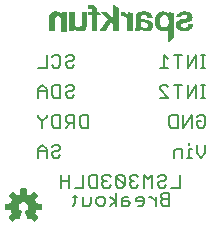
<source format=gbr>
G04 EAGLE Gerber RS-274X export*
G75*
%MOMM*%
%FSLAX34Y34*%
%LPD*%
%INSilkscreen Bottom*%
%IPPOS*%
%AMOC8*
5,1,8,0,0,1.08239X$1,22.5*%
G01*
%ADD10C,0.203200*%
%ADD11C,0.025400*%

G36*
X28370Y3956D02*
X28370Y3956D01*
X28478Y3966D01*
X28491Y3972D01*
X28505Y3974D01*
X28602Y4022D01*
X28701Y4067D01*
X28714Y4078D01*
X28723Y4082D01*
X28738Y4098D01*
X28815Y4160D01*
X31400Y6745D01*
X31463Y6834D01*
X31529Y6919D01*
X31534Y6932D01*
X31542Y6944D01*
X31573Y7047D01*
X31609Y7150D01*
X31609Y7164D01*
X31613Y7177D01*
X31609Y7285D01*
X31610Y7394D01*
X31605Y7407D01*
X31605Y7421D01*
X31567Y7523D01*
X31532Y7625D01*
X31523Y7640D01*
X31519Y7649D01*
X31505Y7666D01*
X31451Y7748D01*
X28687Y11138D01*
X29244Y12220D01*
X29250Y12240D01*
X29292Y12335D01*
X29663Y13494D01*
X34014Y13937D01*
X34118Y13965D01*
X34224Y13990D01*
X34236Y13997D01*
X34249Y14000D01*
X34339Y14061D01*
X34432Y14118D01*
X34440Y14129D01*
X34452Y14137D01*
X34518Y14223D01*
X34587Y14307D01*
X34591Y14320D01*
X34600Y14331D01*
X34634Y14434D01*
X34673Y14535D01*
X34674Y14553D01*
X34678Y14562D01*
X34678Y14584D01*
X34687Y14682D01*
X34687Y18338D01*
X34670Y18445D01*
X34656Y18553D01*
X34650Y18565D01*
X34648Y18579D01*
X34596Y18675D01*
X34549Y18772D01*
X34539Y18782D01*
X34533Y18794D01*
X34453Y18868D01*
X34377Y18945D01*
X34365Y18951D01*
X34355Y18961D01*
X34256Y19006D01*
X34159Y19054D01*
X34141Y19058D01*
X34132Y19062D01*
X34111Y19064D01*
X34014Y19083D01*
X29663Y19526D01*
X29292Y20685D01*
X29283Y20703D01*
X29281Y20710D01*
X29277Y20717D01*
X29244Y20800D01*
X28687Y21882D01*
X31451Y25272D01*
X31505Y25366D01*
X31562Y25458D01*
X31565Y25471D01*
X31572Y25483D01*
X31593Y25590D01*
X31618Y25695D01*
X31616Y25709D01*
X31619Y25723D01*
X31604Y25830D01*
X31594Y25938D01*
X31588Y25951D01*
X31586Y25965D01*
X31538Y26062D01*
X31493Y26161D01*
X31482Y26174D01*
X31478Y26183D01*
X31462Y26198D01*
X31400Y26275D01*
X28815Y28860D01*
X28726Y28923D01*
X28641Y28989D01*
X28628Y28994D01*
X28616Y29002D01*
X28513Y29033D01*
X28410Y29069D01*
X28396Y29069D01*
X28383Y29073D01*
X28275Y29069D01*
X28166Y29070D01*
X28153Y29065D01*
X28139Y29065D01*
X28037Y29027D01*
X27935Y28992D01*
X27920Y28983D01*
X27911Y28979D01*
X27894Y28965D01*
X27812Y28911D01*
X24422Y26147D01*
X23340Y26704D01*
X23320Y26710D01*
X23225Y26752D01*
X22066Y27123D01*
X21623Y31474D01*
X21595Y31578D01*
X21570Y31684D01*
X21563Y31696D01*
X21560Y31709D01*
X21499Y31799D01*
X21442Y31892D01*
X21431Y31900D01*
X21423Y31912D01*
X21337Y31978D01*
X21253Y32047D01*
X21240Y32051D01*
X21229Y32060D01*
X21126Y32094D01*
X21025Y32133D01*
X21007Y32134D01*
X20998Y32138D01*
X20976Y32138D01*
X20878Y32147D01*
X17222Y32147D01*
X17115Y32130D01*
X17007Y32116D01*
X16995Y32110D01*
X16981Y32108D01*
X16885Y32056D01*
X16788Y32009D01*
X16778Y31999D01*
X16766Y31993D01*
X16692Y31913D01*
X16615Y31837D01*
X16609Y31825D01*
X16599Y31815D01*
X16554Y31716D01*
X16506Y31619D01*
X16502Y31601D01*
X16498Y31592D01*
X16496Y31571D01*
X16477Y31474D01*
X16034Y27123D01*
X14875Y26752D01*
X14857Y26742D01*
X14760Y26704D01*
X13678Y26147D01*
X10288Y28911D01*
X10194Y28965D01*
X10102Y29022D01*
X10089Y29025D01*
X10077Y29032D01*
X9970Y29053D01*
X9865Y29078D01*
X9851Y29076D01*
X9837Y29079D01*
X9730Y29064D01*
X9622Y29054D01*
X9609Y29048D01*
X9596Y29046D01*
X9498Y28998D01*
X9399Y28953D01*
X9386Y28942D01*
X9377Y28938D01*
X9362Y28922D01*
X9285Y28860D01*
X6700Y26275D01*
X6637Y26186D01*
X6571Y26101D01*
X6566Y26088D01*
X6558Y26076D01*
X6527Y25973D01*
X6491Y25870D01*
X6491Y25856D01*
X6487Y25843D01*
X6491Y25735D01*
X6490Y25626D01*
X6495Y25613D01*
X6495Y25599D01*
X6533Y25497D01*
X6568Y25395D01*
X6577Y25380D01*
X6581Y25371D01*
X6595Y25354D01*
X6649Y25272D01*
X9413Y21882D01*
X8856Y20800D01*
X8850Y20780D01*
X8808Y20685D01*
X8437Y19526D01*
X4086Y19083D01*
X3982Y19055D01*
X3876Y19030D01*
X3864Y19023D01*
X3851Y19020D01*
X3761Y18959D01*
X3668Y18902D01*
X3660Y18891D01*
X3648Y18883D01*
X3582Y18797D01*
X3514Y18713D01*
X3509Y18700D01*
X3500Y18689D01*
X3466Y18586D01*
X3427Y18485D01*
X3426Y18467D01*
X3422Y18458D01*
X3423Y18436D01*
X3413Y18338D01*
X3413Y14682D01*
X3430Y14575D01*
X3444Y14467D01*
X3450Y14455D01*
X3452Y14441D01*
X3504Y14345D01*
X3551Y14248D01*
X3561Y14238D01*
X3567Y14226D01*
X3647Y14152D01*
X3723Y14075D01*
X3735Y14069D01*
X3746Y14059D01*
X3844Y14014D01*
X3941Y13966D01*
X3959Y13962D01*
X3968Y13958D01*
X3989Y13956D01*
X4086Y13937D01*
X8437Y13494D01*
X8808Y12335D01*
X8818Y12317D01*
X8856Y12220D01*
X9413Y11138D01*
X6649Y7748D01*
X6595Y7654D01*
X6538Y7562D01*
X6535Y7549D01*
X6528Y7537D01*
X6507Y7430D01*
X6482Y7325D01*
X6484Y7311D01*
X6481Y7297D01*
X6496Y7190D01*
X6506Y7082D01*
X6512Y7069D01*
X6514Y7056D01*
X6562Y6958D01*
X6607Y6859D01*
X6618Y6846D01*
X6622Y6837D01*
X6638Y6822D01*
X6700Y6745D01*
X9285Y4160D01*
X9374Y4097D01*
X9459Y4031D01*
X9472Y4026D01*
X9484Y4018D01*
X9587Y3987D01*
X9690Y3951D01*
X9704Y3951D01*
X9717Y3947D01*
X9825Y3951D01*
X9934Y3950D01*
X9947Y3955D01*
X9961Y3955D01*
X10063Y3993D01*
X10165Y4028D01*
X10180Y4037D01*
X10189Y4041D01*
X10206Y4055D01*
X10288Y4109D01*
X13678Y6873D01*
X14760Y6316D01*
X14813Y6299D01*
X14862Y6273D01*
X14928Y6262D01*
X14992Y6241D01*
X15048Y6242D01*
X15102Y6233D01*
X15169Y6244D01*
X15236Y6245D01*
X15288Y6263D01*
X15343Y6272D01*
X15403Y6304D01*
X15466Y6327D01*
X15509Y6361D01*
X15559Y6387D01*
X15605Y6436D01*
X15657Y6478D01*
X15688Y6525D01*
X15726Y6565D01*
X15782Y6670D01*
X15790Y6683D01*
X15791Y6688D01*
X15795Y6695D01*
X17948Y11892D01*
X17968Y11975D01*
X17973Y11988D01*
X17975Y12004D01*
X18000Y12089D01*
X17999Y12110D01*
X18004Y12130D01*
X17996Y12212D01*
X17997Y12231D01*
X17993Y12251D01*
X17989Y12332D01*
X17982Y12352D01*
X17980Y12373D01*
X17948Y12442D01*
X17942Y12469D01*
X17927Y12493D01*
X17901Y12560D01*
X17888Y12576D01*
X17879Y12595D01*
X17834Y12644D01*
X17814Y12676D01*
X17783Y12701D01*
X17745Y12747D01*
X17722Y12763D01*
X17712Y12773D01*
X17691Y12785D01*
X17626Y12830D01*
X17625Y12831D01*
X17624Y12832D01*
X16725Y13338D01*
X16038Y13982D01*
X15523Y14770D01*
X15211Y15658D01*
X15119Y16595D01*
X15252Y17527D01*
X15603Y18401D01*
X16152Y19166D01*
X16866Y19779D01*
X17706Y20204D01*
X18623Y20418D01*
X19564Y20408D01*
X20476Y20174D01*
X21306Y19731D01*
X22007Y19102D01*
X22539Y18325D01*
X22870Y17444D01*
X22983Y16509D01*
X22875Y15592D01*
X22555Y14724D01*
X22041Y13955D01*
X21362Y13328D01*
X20478Y12833D01*
X20436Y12800D01*
X20394Y12777D01*
X20363Y12744D01*
X20315Y12709D01*
X20303Y12693D01*
X20287Y12680D01*
X20252Y12625D01*
X20227Y12599D01*
X20214Y12569D01*
X20172Y12511D01*
X20166Y12492D01*
X20156Y12475D01*
X20137Y12400D01*
X20127Y12377D01*
X20124Y12353D01*
X20101Y12278D01*
X20102Y12258D01*
X20097Y12238D01*
X20104Y12152D01*
X20103Y12134D01*
X20106Y12118D01*
X20109Y12034D01*
X20117Y12009D01*
X20118Y11995D01*
X20128Y11973D01*
X20152Y11892D01*
X21081Y9649D01*
X21081Y9648D01*
X22012Y7401D01*
X22013Y7401D01*
X22305Y6695D01*
X22334Y6648D01*
X22355Y6596D01*
X22398Y6545D01*
X22434Y6488D01*
X22477Y6453D01*
X22513Y6410D01*
X22570Y6376D01*
X22622Y6333D01*
X22674Y6314D01*
X22722Y6285D01*
X22788Y6271D01*
X22851Y6247D01*
X22906Y6245D01*
X22960Y6234D01*
X23027Y6241D01*
X23094Y6239D01*
X23148Y6255D01*
X23203Y6262D01*
X23314Y6306D01*
X23328Y6310D01*
X23332Y6313D01*
X23340Y6316D01*
X24422Y6873D01*
X27812Y4109D01*
X27906Y4055D01*
X27998Y3998D01*
X28011Y3995D01*
X28023Y3988D01*
X28130Y3967D01*
X28235Y3942D01*
X28249Y3944D01*
X28263Y3941D01*
X28370Y3956D01*
G37*
G36*
X141861Y156263D02*
X141861Y156263D01*
X141863Y156262D01*
X141884Y156271D01*
X141944Y156294D01*
X146084Y160028D01*
X146086Y160034D01*
X146092Y160037D01*
X146116Y160097D01*
X146125Y160118D01*
X146124Y160120D01*
X146125Y160122D01*
X146125Y180696D01*
X146110Y180733D01*
X146100Y180772D01*
X146091Y180778D01*
X146087Y180787D01*
X146059Y180798D01*
X146023Y180820D01*
X142137Y181556D01*
X142122Y181553D01*
X142107Y181558D01*
X142075Y181543D01*
X142040Y181535D01*
X142032Y181522D01*
X142019Y181516D01*
X142004Y181477D01*
X141988Y181452D01*
X141991Y181441D01*
X141987Y181430D01*
X142011Y179513D01*
X141877Y179662D01*
X141876Y179663D01*
X141876Y179664D01*
X140987Y180629D01*
X140981Y180631D01*
X140977Y180638D01*
X140634Y180939D01*
X140623Y180943D01*
X140615Y180953D01*
X140221Y181186D01*
X140212Y181187D01*
X140204Y181194D01*
X138883Y181727D01*
X138872Y181727D01*
X138862Y181734D01*
X138380Y181836D01*
X138368Y181833D01*
X138356Y181838D01*
X136375Y181863D01*
X136364Y181859D01*
X136352Y181861D01*
X135267Y181678D01*
X135257Y181671D01*
X135243Y181671D01*
X134218Y181271D01*
X134211Y181263D01*
X134199Y181261D01*
X133297Y180720D01*
X133292Y180714D01*
X133283Y180711D01*
X132459Y180058D01*
X132453Y180048D01*
X132443Y180043D01*
X131651Y179153D01*
X131647Y179140D01*
X131635Y179131D01*
X131056Y178090D01*
X131054Y178078D01*
X131046Y178067D01*
X130372Y175954D01*
X130373Y175943D01*
X130367Y175932D01*
X130084Y173732D01*
X130087Y173721D01*
X130083Y173709D01*
X130201Y171494D01*
X130206Y171484D01*
X130204Y171472D01*
X130527Y170096D01*
X130534Y170087D01*
X130534Y170075D01*
X131090Y168775D01*
X131098Y168767D01*
X131100Y168756D01*
X131872Y167571D01*
X131881Y167565D01*
X131886Y167554D01*
X132543Y166847D01*
X132553Y166843D01*
X132559Y166833D01*
X133327Y166248D01*
X133338Y166246D01*
X133345Y166237D01*
X134201Y165791D01*
X134212Y165790D01*
X134221Y165782D01*
X135140Y165488D01*
X135150Y165489D01*
X135160Y165483D01*
X136372Y165294D01*
X136381Y165296D01*
X136390Y165293D01*
X137617Y165276D01*
X137625Y165279D01*
X137635Y165277D01*
X138852Y165432D01*
X138862Y165437D01*
X138874Y165437D01*
X139718Y165701D01*
X139728Y165709D01*
X139743Y165712D01*
X140512Y166149D01*
X140520Y166159D01*
X140534Y166164D01*
X141194Y166754D01*
X141200Y166766D01*
X141212Y166774D01*
X141732Y167490D01*
X141733Y167492D01*
X141733Y156388D01*
X141751Y156344D01*
X141768Y156301D01*
X141770Y156300D01*
X141771Y156297D01*
X141815Y156280D01*
X141859Y156262D01*
X141861Y156263D01*
G37*
G36*
X124311Y165279D02*
X124311Y165279D01*
X124322Y165284D01*
X124336Y165282D01*
X125708Y165590D01*
X125719Y165598D01*
X125734Y165599D01*
X127003Y166205D01*
X127012Y166215D01*
X127026Y166219D01*
X127474Y166561D01*
X127480Y166571D01*
X127492Y166577D01*
X127869Y166997D01*
X127873Y167008D01*
X127883Y167016D01*
X128175Y167499D01*
X128177Y167510D01*
X128185Y167520D01*
X128558Y168513D01*
X128558Y168524D01*
X128564Y168535D01*
X128753Y169579D01*
X128750Y169590D01*
X128755Y169602D01*
X128752Y170663D01*
X128749Y170670D01*
X128751Y170673D01*
X128748Y170680D01*
X128749Y170690D01*
X128543Y171631D01*
X128534Y171643D01*
X128533Y171660D01*
X128104Y172522D01*
X128094Y172531D01*
X128089Y172546D01*
X127591Y173155D01*
X127586Y173158D01*
X127584Y173162D01*
X127578Y173164D01*
X127573Y173173D01*
X126963Y173671D01*
X126951Y173674D01*
X126942Y173685D01*
X126246Y174051D01*
X126235Y174052D01*
X126226Y174059D01*
X124741Y174543D01*
X124733Y174542D01*
X124724Y174547D01*
X123187Y174825D01*
X123183Y174824D01*
X123178Y174827D01*
X120972Y175055D01*
X119666Y175281D01*
X119197Y175446D01*
X118769Y175692D01*
X118485Y175953D01*
X118425Y176040D01*
X118383Y176137D01*
X118272Y176658D01*
X118272Y177189D01*
X118383Y177710D01*
X118522Y178024D01*
X118721Y178303D01*
X118974Y178537D01*
X119288Y178730D01*
X119634Y178858D01*
X120003Y178919D01*
X121358Y178969D01*
X121945Y178915D01*
X122506Y178750D01*
X122970Y178495D01*
X123360Y178139D01*
X123655Y177701D01*
X123839Y177206D01*
X123902Y176675D01*
X123902Y176632D01*
X123903Y176630D01*
X123902Y176628D01*
X123922Y176585D01*
X123940Y176541D01*
X123942Y176541D01*
X123943Y176539D01*
X124028Y176506D01*
X128169Y176506D01*
X128170Y176504D01*
X128212Y176494D01*
X128254Y176480D01*
X128260Y176483D01*
X128266Y176482D01*
X128291Y176498D01*
X128336Y176519D01*
X128361Y176544D01*
X128361Y176545D01*
X128377Y176587D01*
X128396Y176636D01*
X128396Y176637D01*
X128376Y176679D01*
X128357Y176722D01*
X128235Y177613D01*
X128229Y177624D01*
X128229Y177639D01*
X127895Y178580D01*
X127886Y178590D01*
X127883Y178604D01*
X127364Y179457D01*
X127353Y179465D01*
X127348Y179478D01*
X126665Y180208D01*
X126653Y180213D01*
X126645Y180225D01*
X125828Y180799D01*
X125816Y180802D01*
X125807Y180811D01*
X124649Y181340D01*
X124639Y181340D01*
X124630Y181347D01*
X123401Y181681D01*
X123392Y181680D01*
X123383Y181684D01*
X121643Y181898D01*
X121635Y181895D01*
X121627Y181898D01*
X119873Y181890D01*
X119866Y181887D01*
X119857Y181889D01*
X118118Y181659D01*
X118110Y181654D01*
X118099Y181655D01*
X116685Y181230D01*
X116676Y181222D01*
X116662Y181221D01*
X115359Y180527D01*
X115350Y180517D01*
X115336Y180512D01*
X114774Y180029D01*
X114767Y180015D01*
X114753Y180006D01*
X114326Y179401D01*
X114323Y179386D01*
X114311Y179374D01*
X114044Y178683D01*
X114045Y178668D01*
X114037Y178653D01*
X113946Y177918D01*
X113948Y177910D01*
X113945Y177902D01*
X113945Y173076D01*
X113946Y173074D01*
X113945Y173072D01*
X113952Y173057D01*
X113920Y172973D01*
X113945Y168635D01*
X113843Y167298D01*
X113494Y166003D01*
X113420Y165804D01*
X113421Y165779D01*
X113412Y165756D01*
X113423Y165732D01*
X113424Y165706D01*
X113443Y165689D01*
X113453Y165667D01*
X113480Y165656D01*
X113498Y165640D01*
X113517Y165642D01*
X113538Y165634D01*
X117572Y165634D01*
X117608Y165631D01*
X117636Y165640D01*
X117676Y165644D01*
X117713Y165663D01*
X117732Y165685D01*
X117764Y165709D01*
X117786Y165745D01*
X117788Y165762D01*
X117800Y165778D01*
X117876Y166058D01*
X117875Y166061D01*
X117877Y166064D01*
X118104Y167093D01*
X118114Y167116D01*
X118120Y167122D01*
X118128Y167124D01*
X118137Y167123D01*
X118161Y167107D01*
X118988Y166404D01*
X118999Y166400D01*
X119008Y166390D01*
X119959Y165850D01*
X119970Y165849D01*
X119980Y165841D01*
X121015Y165488D01*
X121027Y165489D01*
X121037Y165483D01*
X122655Y165242D01*
X122665Y165245D01*
X122676Y165241D01*
X124311Y165279D01*
G37*
G36*
X99444Y165508D02*
X99444Y165508D01*
X99447Y165507D01*
X99530Y165544D01*
X99581Y165595D01*
X99583Y165598D01*
X99585Y165599D01*
X99618Y165684D01*
X99618Y185014D01*
X99610Y185033D01*
X99612Y185053D01*
X99591Y185080D01*
X99580Y185105D01*
X99566Y185110D01*
X99555Y185124D01*
X95415Y187486D01*
X95380Y187490D01*
X95348Y187502D01*
X95333Y187495D01*
X95317Y187497D01*
X95290Y187475D01*
X95259Y187461D01*
X95252Y187445D01*
X95240Y187435D01*
X95238Y187408D01*
X95226Y187376D01*
X95226Y175946D01*
X89751Y181420D01*
X89748Y181422D01*
X89747Y181424D01*
X89662Y181457D01*
X84988Y181457D01*
X84986Y181457D01*
X84985Y181457D01*
X84941Y181437D01*
X84897Y181419D01*
X84897Y181417D01*
X84895Y181416D01*
X84879Y181372D01*
X84862Y181327D01*
X84863Y181325D01*
X84862Y181324D01*
X84900Y181241D01*
X90591Y175675D01*
X83994Y165780D01*
X83987Y165742D01*
X83973Y165705D01*
X83978Y165695D01*
X83976Y165683D01*
X83998Y165652D01*
X84015Y165616D01*
X84026Y165612D01*
X84032Y165603D01*
X84062Y165598D01*
X84100Y165584D01*
X89180Y165609D01*
X89197Y165616D01*
X89215Y165614D01*
X89244Y165636D01*
X89270Y165648D01*
X89275Y165660D01*
X89287Y165670D01*
X93520Y172648D01*
X95175Y171041D01*
X95175Y165633D01*
X95176Y165631D01*
X95175Y165629D01*
X95195Y165586D01*
X95213Y165542D01*
X95215Y165542D01*
X95216Y165540D01*
X95301Y165507D01*
X99441Y165507D01*
X99444Y165508D01*
G37*
G36*
X67876Y165207D02*
X67876Y165207D01*
X67887Y165204D01*
X68920Y165351D01*
X68931Y165357D01*
X68944Y165357D01*
X69930Y165700D01*
X69939Y165708D01*
X69952Y165710D01*
X70854Y166236D01*
X70861Y166246D01*
X70874Y166251D01*
X71128Y166479D01*
X71134Y166490D01*
X71145Y166498D01*
X71806Y167383D01*
X71808Y167394D01*
X71818Y167403D01*
X72306Y168393D01*
X72306Y168405D01*
X72314Y168415D01*
X72614Y169478D01*
X72612Y169489D01*
X72618Y169501D01*
X72719Y170600D01*
X72717Y170606D01*
X72719Y170612D01*
X72719Y181407D01*
X72718Y181409D01*
X72719Y181411D01*
X72699Y181454D01*
X72681Y181498D01*
X72679Y181498D01*
X72678Y181500D01*
X72593Y181533D01*
X68453Y181533D01*
X68451Y181532D01*
X68449Y181533D01*
X68406Y181513D01*
X68362Y181495D01*
X68362Y181493D01*
X68360Y181492D01*
X68327Y181407D01*
X68327Y171410D01*
X68178Y170580D01*
X67835Y169812D01*
X67563Y169450D01*
X67222Y169149D01*
X66827Y168924D01*
X66138Y168701D01*
X65419Y168621D01*
X64698Y168688D01*
X64007Y168900D01*
X63497Y169188D01*
X63066Y169585D01*
X62739Y170070D01*
X62530Y170620D01*
X62305Y171824D01*
X62229Y173054D01*
X62229Y181356D01*
X62228Y181358D01*
X62229Y181360D01*
X62209Y181403D01*
X62191Y181447D01*
X62189Y181447D01*
X62188Y181449D01*
X62103Y181482D01*
X57887Y181482D01*
X57885Y181481D01*
X57883Y181482D01*
X57840Y181462D01*
X57796Y181444D01*
X57796Y181442D01*
X57794Y181441D01*
X57761Y181356D01*
X57761Y165735D01*
X57762Y165733D01*
X57761Y165731D01*
X57781Y165688D01*
X57799Y165644D01*
X57801Y165644D01*
X57802Y165642D01*
X57887Y165609D01*
X61900Y165609D01*
X61902Y165610D01*
X61904Y165609D01*
X61947Y165629D01*
X61991Y165647D01*
X61991Y165649D01*
X61993Y165650D01*
X62026Y165735D01*
X62026Y167792D01*
X62533Y167151D01*
X62541Y167147D01*
X62545Y167138D01*
X63372Y166353D01*
X63381Y166350D01*
X63386Y166342D01*
X64316Y165683D01*
X64325Y165681D01*
X64333Y165673D01*
X64578Y165551D01*
X64589Y165550D01*
X64598Y165543D01*
X64860Y165462D01*
X64869Y165463D01*
X64878Y165458D01*
X66356Y165235D01*
X66364Y165237D01*
X66372Y165233D01*
X67866Y165203D01*
X67876Y165207D01*
G37*
G36*
X55399Y165534D02*
X55399Y165534D01*
X55401Y165533D01*
X55444Y165553D01*
X55488Y165571D01*
X55488Y165573D01*
X55490Y165574D01*
X55523Y165659D01*
X55523Y181381D01*
X55522Y181383D01*
X55523Y181385D01*
X55503Y181428D01*
X55485Y181472D01*
X55483Y181472D01*
X55482Y181474D01*
X55397Y181507D01*
X51359Y181507D01*
X51357Y181506D01*
X51355Y181507D01*
X51312Y181487D01*
X51268Y181469D01*
X51268Y181467D01*
X51266Y181466D01*
X51233Y181381D01*
X51233Y179313D01*
X51191Y179342D01*
X51077Y179478D01*
X50800Y179856D01*
X50796Y179858D01*
X50794Y179863D01*
X50392Y180336D01*
X50385Y180340D01*
X50381Y180348D01*
X50186Y180524D01*
X50046Y180650D01*
X49920Y180764D01*
X49910Y180767D01*
X49902Y180777D01*
X49004Y181344D01*
X48991Y181347D01*
X48980Y181356D01*
X47984Y181725D01*
X47971Y181725D01*
X47958Y181732D01*
X46906Y181887D01*
X46896Y181884D01*
X46885Y181888D01*
X44879Y181838D01*
X44869Y181834D01*
X44856Y181836D01*
X43879Y181630D01*
X43867Y181622D01*
X43851Y181621D01*
X42946Y181199D01*
X42937Y181188D01*
X42922Y181184D01*
X42137Y180566D01*
X42131Y180555D01*
X42119Y180549D01*
X41630Y179974D01*
X41627Y179963D01*
X41617Y179956D01*
X41233Y179307D01*
X41231Y179296D01*
X41223Y179287D01*
X40954Y178582D01*
X40954Y178573D01*
X40949Y178564D01*
X40709Y177457D01*
X40711Y177448D01*
X40707Y177440D01*
X40616Y176311D01*
X40618Y176306D01*
X40616Y176301D01*
X40616Y165760D01*
X40617Y165758D01*
X40616Y165756D01*
X40636Y165713D01*
X40654Y165669D01*
X40656Y165669D01*
X40657Y165667D01*
X40742Y165634D01*
X44831Y165634D01*
X44833Y165635D01*
X44835Y165634D01*
X44878Y165654D01*
X44922Y165672D01*
X44922Y165674D01*
X44924Y165675D01*
X44957Y165760D01*
X44957Y175406D01*
X45022Y176124D01*
X45213Y176812D01*
X45523Y177454D01*
X45819Y177841D01*
X46193Y178150D01*
X46628Y178367D01*
X46928Y178444D01*
X47244Y178461D01*
X48349Y178411D01*
X48905Y178324D01*
X49421Y178120D01*
X49878Y177806D01*
X50395Y177237D01*
X50758Y176558D01*
X50975Y175808D01*
X51055Y175025D01*
X51055Y165659D01*
X51056Y165657D01*
X51055Y165655D01*
X51075Y165612D01*
X51093Y165568D01*
X51095Y165568D01*
X51096Y165566D01*
X51181Y165533D01*
X55397Y165533D01*
X55399Y165534D01*
G37*
G36*
X155094Y165255D02*
X155094Y165255D01*
X155101Y165253D01*
X157667Y165431D01*
X157676Y165436D01*
X157686Y165434D01*
X158607Y165646D01*
X158618Y165654D01*
X158632Y165655D01*
X159489Y166052D01*
X159495Y166059D01*
X159504Y166061D01*
X160698Y166823D01*
X160703Y166829D01*
X160711Y166832D01*
X161226Y167263D01*
X161231Y167274D01*
X161243Y167280D01*
X161663Y167804D01*
X161667Y167815D01*
X161677Y167824D01*
X161986Y168420D01*
X161987Y168429D01*
X161994Y168437D01*
X162426Y169707D01*
X162425Y169717D01*
X162430Y169726D01*
X162532Y170310D01*
X162531Y170317D01*
X162534Y170323D01*
X162559Y170679D01*
X162558Y170683D01*
X162559Y170686D01*
X162558Y170688D01*
X162559Y170692D01*
X162547Y170718D01*
X162544Y170748D01*
X162543Y170749D01*
X162543Y170750D01*
X162532Y170759D01*
X162527Y170772D01*
X162521Y170775D01*
X162518Y170781D01*
X162488Y170793D01*
X162468Y170809D01*
X162466Y170809D01*
X162465Y170810D01*
X162450Y170809D01*
X162438Y170814D01*
X162436Y170813D01*
X162433Y170814D01*
X158572Y170814D01*
X158570Y170813D01*
X158568Y170814D01*
X158525Y170794D01*
X158481Y170776D01*
X158481Y170774D01*
X158479Y170773D01*
X158446Y170688D01*
X158446Y170641D01*
X158417Y170144D01*
X158271Y169682D01*
X158015Y169268D01*
X157911Y169163D01*
X157785Y169037D01*
X157573Y168825D01*
X157046Y168488D01*
X156459Y168271D01*
X155897Y168198D01*
X154567Y168198D01*
X153964Y168272D01*
X153397Y168469D01*
X152884Y168781D01*
X152597Y169065D01*
X152388Y169410D01*
X152271Y169795D01*
X152254Y170199D01*
X152339Y170594D01*
X152520Y170956D01*
X152785Y171260D01*
X153121Y171491D01*
X154228Y171961D01*
X155402Y172267D01*
X159033Y173130D01*
X159040Y173135D01*
X159049Y173135D01*
X159857Y173441D01*
X159864Y173447D01*
X159874Y173449D01*
X160625Y173876D01*
X160631Y173883D01*
X160641Y173887D01*
X161318Y174424D01*
X161323Y174434D01*
X161334Y174440D01*
X161671Y174825D01*
X161675Y174838D01*
X161686Y174847D01*
X161935Y175294D01*
X161936Y175307D01*
X161945Y175318D01*
X162097Y175807D01*
X162095Y175819D01*
X162102Y175832D01*
X162207Y176968D01*
X162204Y176981D01*
X162207Y176994D01*
X162078Y178128D01*
X162072Y178139D01*
X162073Y178153D01*
X161715Y179237D01*
X161707Y179246D01*
X161705Y179260D01*
X161406Y179782D01*
X161396Y179789D01*
X161391Y179802D01*
X160997Y180257D01*
X160986Y180262D01*
X160979Y180274D01*
X160503Y180643D01*
X160492Y180646D01*
X160483Y180655D01*
X159202Y181309D01*
X159191Y181310D01*
X159181Y181317D01*
X157803Y181728D01*
X157792Y181727D01*
X157780Y181733D01*
X156351Y181888D01*
X156344Y181886D01*
X156337Y181888D01*
X154534Y181888D01*
X154528Y181886D01*
X154521Y181888D01*
X153128Y181748D01*
X153119Y181743D01*
X153108Y181744D01*
X151757Y181376D01*
X151748Y181369D01*
X151734Y181367D01*
X150637Y180829D01*
X150628Y180819D01*
X150614Y180815D01*
X149655Y180058D01*
X149649Y180048D01*
X149638Y180043D01*
X149290Y179647D01*
X149288Y179642D01*
X149287Y179642D01*
X149286Y179638D01*
X149278Y179632D01*
X148992Y179190D01*
X148990Y179180D01*
X148983Y179173D01*
X148627Y178385D01*
X148627Y178380D01*
X148623Y178376D01*
X148420Y177818D01*
X148422Y177794D01*
X148417Y177782D01*
X148420Y177775D01*
X148415Y177750D01*
X148424Y177736D01*
X148415Y177724D01*
X148417Y177718D01*
X148413Y177711D01*
X148337Y177000D01*
X148339Y176994D01*
X148338Y176990D01*
X148339Y176988D01*
X148337Y176983D01*
X148354Y176946D01*
X148366Y176906D01*
X148374Y176902D01*
X148378Y176894D01*
X148428Y176874D01*
X148454Y176861D01*
X148458Y176863D01*
X148463Y176861D01*
X152349Y176861D01*
X152393Y176879D01*
X152437Y176897D01*
X152438Y176898D01*
X152440Y176899D01*
X152447Y176918D01*
X152475Y176979D01*
X152491Y177239D01*
X152546Y177482D01*
X152696Y177834D01*
X152914Y178147D01*
X153190Y178411D01*
X153612Y178682D01*
X154079Y178871D01*
X154575Y178969D01*
X155423Y179013D01*
X156271Y178969D01*
X156720Y178884D01*
X157144Y178727D01*
X157445Y178532D01*
X157678Y178264D01*
X157833Y177922D01*
X157881Y177550D01*
X157816Y177181D01*
X157632Y176820D01*
X157397Y176577D01*
X157349Y176527D01*
X156674Y176111D01*
X155922Y175839D01*
X153899Y175435D01*
X153898Y175434D01*
X153897Y175434D01*
X152174Y175053D01*
X152167Y175048D01*
X152158Y175048D01*
X150502Y174438D01*
X150496Y174432D01*
X150486Y174431D01*
X149730Y174026D01*
X149724Y174019D01*
X149715Y174016D01*
X149023Y173508D01*
X149018Y173498D01*
X149006Y173493D01*
X148674Y173143D01*
X148669Y173131D01*
X148658Y173122D01*
X148406Y172710D01*
X148404Y172696D01*
X148394Y172684D01*
X148057Y171681D01*
X148058Y171666D01*
X148050Y171652D01*
X147956Y170597D01*
X147959Y170588D01*
X147956Y170577D01*
X148032Y169536D01*
X148036Y169528D01*
X148035Y169518D01*
X148178Y168854D01*
X148184Y168844D01*
X148185Y168831D01*
X148451Y168206D01*
X148459Y168197D01*
X148462Y168185D01*
X148841Y167621D01*
X148851Y167614D01*
X148856Y167603D01*
X149582Y166860D01*
X149592Y166856D01*
X149598Y166845D01*
X150442Y166239D01*
X150452Y166237D01*
X150461Y166228D01*
X151396Y165777D01*
X151407Y165776D01*
X151417Y165769D01*
X152417Y165487D01*
X152425Y165488D01*
X152434Y165483D01*
X153748Y165301D01*
X153755Y165303D01*
X153761Y165300D01*
X155088Y165253D01*
X155094Y165255D01*
G37*
G36*
X81231Y165534D02*
X81231Y165534D01*
X81233Y165533D01*
X81276Y165553D01*
X81320Y165571D01*
X81320Y165573D01*
X81322Y165574D01*
X81355Y165659D01*
X81355Y178539D01*
X85218Y178563D01*
X85219Y178563D01*
X85264Y178583D01*
X85308Y178602D01*
X85309Y178603D01*
X85326Y178648D01*
X85343Y178694D01*
X85343Y178695D01*
X85306Y178778D01*
X82639Y181445D01*
X82636Y181447D01*
X82635Y181449D01*
X82550Y181482D01*
X81304Y181482D01*
X81304Y181813D01*
X81302Y181818D01*
X81304Y181823D01*
X81127Y183957D01*
X81122Y183967D01*
X81122Y183968D01*
X81122Y183969D01*
X81122Y183970D01*
X81123Y183979D01*
X80975Y184546D01*
X80968Y184555D01*
X80967Y184567D01*
X80719Y185098D01*
X80710Y185106D01*
X80707Y185118D01*
X80367Y185595D01*
X80357Y185601D01*
X80351Y185613D01*
X79608Y186323D01*
X79598Y186327D01*
X79596Y186331D01*
X79593Y186332D01*
X79589Y186338D01*
X78721Y186888D01*
X78709Y186890D01*
X78699Y186899D01*
X77741Y187268D01*
X77728Y187268D01*
X77717Y187275D01*
X76704Y187449D01*
X76694Y187447D01*
X76683Y187451D01*
X75133Y187451D01*
X75130Y187450D01*
X75126Y187451D01*
X73809Y187375D01*
X73787Y187375D01*
X73785Y187374D01*
X73783Y187375D01*
X73740Y187355D01*
X73696Y187337D01*
X73696Y187335D01*
X73694Y187334D01*
X73661Y187249D01*
X73661Y184226D01*
X73662Y184224D01*
X73661Y184222D01*
X73681Y184179D01*
X73699Y184135D01*
X73701Y184135D01*
X73702Y184133D01*
X73787Y184100D01*
X73863Y184100D01*
X73868Y184102D01*
X73875Y184100D01*
X74155Y184126D01*
X75070Y184211D01*
X75970Y184128D01*
X76252Y184031D01*
X76492Y183861D01*
X76674Y183629D01*
X76849Y183206D01*
X76912Y182744D01*
X76912Y181482D01*
X74066Y181482D01*
X74064Y181481D01*
X74062Y181482D01*
X74019Y181462D01*
X73975Y181444D01*
X73975Y181442D01*
X73973Y181441D01*
X73940Y181356D01*
X73940Y178689D01*
X73941Y178687D01*
X73940Y178685D01*
X73960Y178642D01*
X73978Y178598D01*
X73980Y178598D01*
X73981Y178596D01*
X74066Y178563D01*
X76938Y178563D01*
X76938Y165659D01*
X76939Y165657D01*
X76938Y165655D01*
X76958Y165612D01*
X76976Y165568D01*
X76978Y165568D01*
X76979Y165566D01*
X77064Y165533D01*
X81229Y165533D01*
X81231Y165534D01*
G37*
G36*
X111356Y165635D02*
X111356Y165635D01*
X111358Y165634D01*
X111401Y165654D01*
X111445Y165672D01*
X111446Y165674D01*
X111448Y165675D01*
X111480Y165760D01*
X111454Y180645D01*
X111438Y180683D01*
X111428Y180722D01*
X111419Y180727D01*
X111416Y180736D01*
X111387Y180747D01*
X111350Y180769D01*
X107489Y181455D01*
X107476Y181452D01*
X107463Y181457D01*
X107429Y181442D01*
X107393Y181433D01*
X107386Y181422D01*
X107374Y181416D01*
X107358Y181375D01*
X107342Y181349D01*
X107344Y181340D01*
X107341Y181331D01*
X107341Y178551D01*
X107294Y178566D01*
X107115Y178834D01*
X106429Y179876D01*
X106424Y179880D01*
X106421Y179887D01*
X106105Y180270D01*
X106092Y180277D01*
X106084Y180290D01*
X105690Y180592D01*
X105685Y180593D01*
X105682Y180597D01*
X104793Y181182D01*
X104790Y181183D01*
X104787Y181186D01*
X104176Y181539D01*
X104164Y181541D01*
X104153Y181550D01*
X103483Y181773D01*
X103471Y181772D01*
X103459Y181778D01*
X102758Y181862D01*
X102748Y181859D01*
X102736Y181863D01*
X101364Y181787D01*
X101321Y181766D01*
X101278Y181746D01*
X101277Y181744D01*
X101276Y181744D01*
X101270Y181726D01*
X101245Y181661D01*
X101245Y177800D01*
X101246Y177798D01*
X101245Y177796D01*
X101265Y177753D01*
X101283Y177709D01*
X101285Y177709D01*
X101286Y177707D01*
X101371Y177674D01*
X101397Y177674D01*
X101406Y177678D01*
X101418Y177675D01*
X101570Y177700D01*
X101572Y177702D01*
X101575Y177701D01*
X102172Y177826D01*
X103697Y177826D01*
X104239Y177734D01*
X104757Y177553D01*
X105236Y177289D01*
X105903Y176729D01*
X106428Y176037D01*
X106789Y175244D01*
X106989Y174425D01*
X107062Y173579D01*
X107062Y165760D01*
X107063Y165758D01*
X107062Y165756D01*
X107082Y165713D01*
X107100Y165669D01*
X107102Y165669D01*
X107103Y165667D01*
X107188Y165634D01*
X111354Y165634D01*
X111356Y165635D01*
G37*
%LPC*%
G36*
X136894Y168701D02*
X136894Y168701D01*
X136155Y169039D01*
X135529Y169555D01*
X135057Y170213D01*
X134768Y170974D01*
X134464Y172921D01*
X134467Y174892D01*
X134658Y175862D01*
X135061Y176761D01*
X135658Y177547D01*
X136417Y178177D01*
X136917Y178437D01*
X137459Y178593D01*
X138026Y178639D01*
X139101Y178588D01*
X139473Y178514D01*
X139811Y178352D01*
X140524Y177796D01*
X141121Y177116D01*
X141534Y176409D01*
X141801Y175635D01*
X141911Y174820D01*
X141885Y172274D01*
X141761Y171505D01*
X141536Y170830D01*
X141537Y170818D01*
X141531Y170806D01*
X141526Y170769D01*
X141534Y170742D01*
X141534Y170731D01*
X141506Y170718D01*
X141462Y170698D01*
X141462Y170697D01*
X141461Y170697D01*
X141428Y170612D01*
X141428Y170574D01*
X141416Y170515D01*
X141374Y170455D01*
X141374Y170454D01*
X141373Y170453D01*
X141322Y170377D01*
X141321Y170371D01*
X141316Y170366D01*
X141016Y169802D01*
X140604Y169333D01*
X140095Y168970D01*
X139418Y168680D01*
X138696Y168528D01*
X137785Y168522D01*
X136894Y168701D01*
G37*
%LPD*%
%LPC*%
G36*
X120199Y168322D02*
X120199Y168322D01*
X119877Y168444D01*
X119586Y168629D01*
X118842Y169348D01*
X118692Y169567D01*
X118585Y169816D01*
X118538Y169981D01*
X118331Y171051D01*
X118261Y172140D01*
X118261Y172974D01*
X118260Y172976D01*
X118261Y172978D01*
X118241Y173021D01*
X118241Y173023D01*
X118261Y173076D01*
X118261Y173368D01*
X118403Y173241D01*
X118418Y173236D01*
X118429Y173223D01*
X118636Y173116D01*
X118648Y173115D01*
X118658Y173107D01*
X119622Y172819D01*
X119630Y172820D01*
X119637Y172816D01*
X120629Y172647D01*
X120633Y172648D01*
X120637Y172645D01*
X122080Y172493D01*
X122630Y172388D01*
X123148Y172191D01*
X123622Y171907D01*
X123890Y171663D01*
X124094Y171365D01*
X124314Y170823D01*
X124421Y170248D01*
X124410Y169663D01*
X124339Y169355D01*
X124204Y169070D01*
X124013Y168820D01*
X123651Y168523D01*
X123230Y168320D01*
X122769Y168223D01*
X121241Y168173D01*
X120199Y168322D01*
G37*
%LPD*%
D10*
X73700Y94243D02*
X73700Y83566D01*
X68361Y83566D01*
X66582Y85346D01*
X66582Y92464D01*
X68361Y94243D01*
X73700Y94243D01*
X62006Y94243D02*
X62006Y83566D01*
X62006Y94243D02*
X56667Y94243D01*
X54888Y92464D01*
X54888Y88905D01*
X56667Y87125D01*
X62006Y87125D01*
X58447Y87125D02*
X54888Y83566D01*
X50312Y83566D02*
X50312Y94243D01*
X50312Y83566D02*
X44973Y83566D01*
X43194Y85346D01*
X43194Y92464D01*
X44973Y94243D01*
X50312Y94243D01*
X38618Y94243D02*
X38618Y92464D01*
X35059Y88905D01*
X31500Y92464D01*
X31500Y94243D01*
X35059Y88905D02*
X35059Y83566D01*
X54888Y117864D02*
X56667Y119643D01*
X60226Y119643D01*
X62006Y117864D01*
X62006Y116084D01*
X60226Y114305D01*
X56667Y114305D01*
X54888Y112525D01*
X54888Y110746D01*
X56667Y108966D01*
X60226Y108966D01*
X62006Y110746D01*
X50312Y108966D02*
X50312Y119643D01*
X50312Y108966D02*
X44973Y108966D01*
X43194Y110746D01*
X43194Y117864D01*
X44973Y119643D01*
X50312Y119643D01*
X38618Y116084D02*
X38618Y108966D01*
X38618Y116084D02*
X35059Y119643D01*
X31500Y116084D01*
X31500Y108966D01*
X31500Y114305D02*
X38618Y114305D01*
X54888Y143264D02*
X56667Y145043D01*
X60226Y145043D01*
X62006Y143264D01*
X62006Y141484D01*
X60226Y139705D01*
X56667Y139705D01*
X54888Y137925D01*
X54888Y136146D01*
X56667Y134366D01*
X60226Y134366D01*
X62006Y136146D01*
X44973Y145043D02*
X43194Y143264D01*
X44973Y145043D02*
X48533Y145043D01*
X50312Y143264D01*
X50312Y136146D01*
X48533Y134366D01*
X44973Y134366D01*
X43194Y136146D01*
X38618Y134366D02*
X38618Y145043D01*
X38618Y134366D02*
X31500Y134366D01*
X44973Y68843D02*
X43194Y67064D01*
X44973Y68843D02*
X48532Y68843D01*
X50312Y67064D01*
X50312Y65284D01*
X48532Y63505D01*
X44973Y63505D01*
X43194Y61725D01*
X43194Y59946D01*
X44973Y58166D01*
X48532Y58166D01*
X50312Y59946D01*
X38618Y58166D02*
X38618Y65284D01*
X35059Y68843D01*
X31500Y65284D01*
X31500Y58166D01*
X31500Y63505D02*
X38618Y63505D01*
X169415Y134366D02*
X172974Y134366D01*
X171195Y134366D02*
X171195Y145043D01*
X172974Y145043D02*
X169415Y145043D01*
X165178Y145043D02*
X165178Y134366D01*
X158060Y134366D02*
X165178Y145043D01*
X158060Y145043D02*
X158060Y134366D01*
X149925Y134366D02*
X149925Y145043D01*
X153484Y145043D02*
X146366Y145043D01*
X141790Y141484D02*
X138231Y145043D01*
X138231Y134366D01*
X141790Y134366D02*
X134672Y134366D01*
X169415Y108966D02*
X172974Y108966D01*
X171195Y108966D02*
X171195Y119643D01*
X172974Y119643D02*
X169415Y119643D01*
X165178Y119643D02*
X165178Y108966D01*
X158060Y108966D02*
X165178Y119643D01*
X158060Y119643D02*
X158060Y108966D01*
X149925Y108966D02*
X149925Y119643D01*
X153484Y119643D02*
X146366Y119643D01*
X141790Y108966D02*
X134672Y108966D01*
X141790Y108966D02*
X134672Y116084D01*
X134672Y117864D01*
X136452Y119643D01*
X140011Y119643D01*
X141790Y117864D01*
X165856Y92464D02*
X167635Y94243D01*
X171195Y94243D01*
X172974Y92464D01*
X172974Y85346D01*
X171195Y83566D01*
X167635Y83566D01*
X165856Y85346D01*
X165856Y88905D01*
X169415Y88905D01*
X161280Y94243D02*
X161280Y83566D01*
X154162Y83566D02*
X161280Y94243D01*
X154162Y94243D02*
X154162Y83566D01*
X149586Y83566D02*
X149586Y94243D01*
X149586Y83566D02*
X144248Y83566D01*
X142468Y85346D01*
X142468Y92464D01*
X144248Y94243D01*
X149586Y94243D01*
X172974Y68843D02*
X172974Y61725D01*
X169415Y58166D01*
X165856Y61725D01*
X165856Y68843D01*
X161280Y65284D02*
X159501Y65284D01*
X159501Y58166D01*
X161280Y58166D02*
X157721Y58166D01*
X159501Y68843D02*
X159501Y70623D01*
X153484Y65284D02*
X153484Y58166D01*
X153484Y65284D02*
X148146Y65284D01*
X146366Y63505D01*
X146366Y58166D01*
X151384Y43443D02*
X151384Y32766D01*
X144266Y32766D01*
X134351Y43443D02*
X132572Y41664D01*
X134351Y43443D02*
X137911Y43443D01*
X139690Y41664D01*
X139690Y39884D01*
X137911Y38105D01*
X134351Y38105D01*
X132572Y36325D01*
X132572Y34546D01*
X134351Y32766D01*
X137911Y32766D01*
X139690Y34546D01*
X127996Y32766D02*
X127996Y43443D01*
X124437Y39884D01*
X120878Y43443D01*
X120878Y32766D01*
X116302Y41664D02*
X114523Y43443D01*
X110964Y43443D01*
X109184Y41664D01*
X109184Y39884D01*
X110964Y38105D01*
X112743Y38105D01*
X110964Y38105D02*
X109184Y36325D01*
X109184Y34546D01*
X110964Y32766D01*
X114523Y32766D01*
X116302Y34546D01*
X104608Y34546D02*
X104608Y41664D01*
X102829Y43443D01*
X99270Y43443D01*
X97490Y41664D01*
X97490Y34546D01*
X99270Y32766D01*
X102829Y32766D01*
X104608Y34546D01*
X97490Y41664D01*
X92914Y41664D02*
X91135Y43443D01*
X87576Y43443D01*
X85796Y41664D01*
X85796Y39884D01*
X87576Y38105D01*
X89355Y38105D01*
X87576Y38105D02*
X85796Y36325D01*
X85796Y34546D01*
X87576Y32766D01*
X91135Y32766D01*
X92914Y34546D01*
X81220Y32766D02*
X81220Y43443D01*
X81220Y32766D02*
X75882Y32766D01*
X74102Y34546D01*
X74102Y41664D01*
X75882Y43443D01*
X81220Y43443D01*
X69526Y43443D02*
X69526Y32766D01*
X62408Y32766D01*
X57832Y32766D02*
X57832Y43443D01*
X57832Y38105D02*
X50714Y38105D01*
X50714Y43443D02*
X50714Y32766D01*
X142494Y28203D02*
X142494Y17526D01*
X142494Y28203D02*
X137155Y28203D01*
X135376Y26424D01*
X135376Y24644D01*
X137155Y22865D01*
X135376Y21085D01*
X135376Y19306D01*
X137155Y17526D01*
X142494Y17526D01*
X142494Y22865D02*
X137155Y22865D01*
X130800Y24644D02*
X130800Y17526D01*
X130800Y21085D02*
X127241Y24644D01*
X125461Y24644D01*
X119276Y17526D02*
X115717Y17526D01*
X119276Y17526D02*
X121055Y19306D01*
X121055Y22865D01*
X119276Y24644D01*
X115717Y24644D01*
X113937Y22865D01*
X113937Y21085D01*
X121055Y21085D01*
X107582Y24644D02*
X104023Y24644D01*
X102243Y22865D01*
X102243Y17526D01*
X107582Y17526D01*
X109361Y19306D01*
X107582Y21085D01*
X102243Y21085D01*
X97667Y17526D02*
X97667Y28203D01*
X97667Y21085D02*
X92329Y17526D01*
X97667Y21085D02*
X92329Y24644D01*
X86143Y17526D02*
X82584Y17526D01*
X80804Y19306D01*
X80804Y22865D01*
X82584Y24644D01*
X86143Y24644D01*
X87922Y22865D01*
X87922Y19306D01*
X86143Y17526D01*
X76228Y19306D02*
X76228Y24644D01*
X76228Y19306D02*
X74449Y17526D01*
X69110Y17526D01*
X69110Y24644D01*
X62755Y26424D02*
X62755Y19306D01*
X60975Y17526D01*
X60975Y24644D02*
X64534Y24644D01*
D11*
X55397Y165659D02*
X55397Y181381D01*
X51359Y181381D01*
X51359Y179172D01*
X51283Y179172D01*
X51255Y179174D01*
X51227Y179178D01*
X51200Y179187D01*
X51174Y179198D01*
X51149Y179212D01*
X51126Y179229D01*
X51105Y179248D01*
X51061Y179297D01*
X51018Y179348D01*
X50978Y179400D01*
X50698Y179781D01*
X50623Y179879D01*
X50545Y179976D01*
X50464Y180071D01*
X50381Y180163D01*
X50296Y180254D01*
X50208Y180342D01*
X50118Y180427D01*
X50026Y180511D01*
X49932Y180591D01*
X49835Y180670D01*
X49836Y180670D02*
X49725Y180755D01*
X49613Y180836D01*
X49498Y180915D01*
X49381Y180990D01*
X49263Y181062D01*
X49142Y181131D01*
X49020Y181196D01*
X48895Y181259D01*
X48769Y181317D01*
X48642Y181373D01*
X48513Y181424D01*
X48383Y181473D01*
X48251Y181517D01*
X48119Y181558D01*
X47985Y181596D01*
X47850Y181630D01*
X47715Y181660D01*
X47578Y181686D01*
X47441Y181709D01*
X47304Y181728D01*
X47165Y181743D01*
X47027Y181755D01*
X46888Y181762D01*
X46553Y181772D01*
X46219Y181775D01*
X45884Y181770D01*
X45550Y181758D01*
X45216Y181739D01*
X44882Y181712D01*
X44752Y181698D01*
X44622Y181680D01*
X44494Y181658D01*
X44366Y181633D01*
X44239Y181603D01*
X44112Y181570D01*
X43987Y181533D01*
X43863Y181492D01*
X43740Y181448D01*
X43619Y181400D01*
X43499Y181348D01*
X43381Y181293D01*
X43264Y181234D01*
X43150Y181172D01*
X43037Y181107D01*
X42926Y181038D01*
X42817Y180965D01*
X42711Y180890D01*
X42607Y180811D01*
X42505Y180730D01*
X42406Y180645D01*
X42309Y180557D01*
X42215Y180467D01*
X42127Y180377D01*
X42041Y180284D01*
X41958Y180190D01*
X41878Y180093D01*
X41801Y179993D01*
X41726Y179892D01*
X41654Y179788D01*
X41586Y179683D01*
X41520Y179575D01*
X41457Y179466D01*
X41398Y179355D01*
X41341Y179242D01*
X41288Y179128D01*
X41238Y179012D01*
X41192Y178895D01*
X41148Y178777D01*
X41109Y178657D01*
X41072Y178537D01*
X41017Y178338D01*
X40968Y178138D01*
X40923Y177937D01*
X40883Y177735D01*
X40848Y177532D01*
X40818Y177328D01*
X40793Y177123D01*
X40772Y176918D01*
X40757Y176713D01*
X40747Y176507D01*
X40742Y176301D01*
X40742Y165760D01*
X44831Y165760D01*
X44831Y175412D01*
X44833Y175535D01*
X44838Y175658D01*
X44848Y175781D01*
X44860Y175904D01*
X44877Y176025D01*
X44897Y176147D01*
X44921Y176268D01*
X44949Y176388D01*
X44980Y176507D01*
X45014Y176625D01*
X45052Y176742D01*
X45094Y176858D01*
X45139Y176972D01*
X45188Y177085D01*
X45240Y177197D01*
X45295Y177307D01*
X45353Y177415D01*
X45415Y177521D01*
X45463Y177598D01*
X45515Y177673D01*
X45569Y177746D01*
X45626Y177816D01*
X45686Y177885D01*
X45749Y177951D01*
X45814Y178014D01*
X45882Y178075D01*
X45952Y178132D01*
X46024Y178187D01*
X46099Y178239D01*
X46175Y178289D01*
X46254Y178334D01*
X46334Y178377D01*
X46416Y178417D01*
X46499Y178453D01*
X46584Y178486D01*
X46655Y178510D01*
X46726Y178531D01*
X46799Y178549D01*
X46872Y178563D01*
X46946Y178575D01*
X47020Y178583D01*
X47095Y178588D01*
X47169Y178589D01*
X47244Y178587D01*
X47244Y178588D02*
X48362Y178538D01*
X48362Y178537D02*
X48459Y178530D01*
X48556Y178521D01*
X48652Y178508D01*
X48748Y178491D01*
X48844Y178470D01*
X48938Y178447D01*
X49032Y178419D01*
X49124Y178388D01*
X49215Y178354D01*
X49305Y178316D01*
X49393Y178276D01*
X49480Y178231D01*
X49565Y178184D01*
X49649Y178133D01*
X49730Y178080D01*
X49809Y178023D01*
X49887Y177964D01*
X49961Y177902D01*
X49962Y177901D02*
X50041Y177830D01*
X50119Y177757D01*
X50194Y177680D01*
X50266Y177602D01*
X50336Y177521D01*
X50403Y177438D01*
X50467Y177353D01*
X50529Y177266D01*
X50587Y177176D01*
X50643Y177085D01*
X50696Y176992D01*
X50746Y176898D01*
X50792Y176802D01*
X50836Y176704D01*
X50876Y176605D01*
X50876Y176606D02*
X50919Y176490D01*
X50959Y176372D01*
X50996Y176254D01*
X51029Y176134D01*
X51059Y176014D01*
X51086Y175893D01*
X51110Y175771D01*
X51130Y175649D01*
X51147Y175526D01*
X51161Y175403D01*
X51171Y175279D01*
X51177Y175155D01*
X51181Y175031D01*
X51183Y174689D01*
X51181Y174347D01*
X51181Y174346D02*
X51181Y165659D01*
X55397Y165659D01*
M02*

</source>
